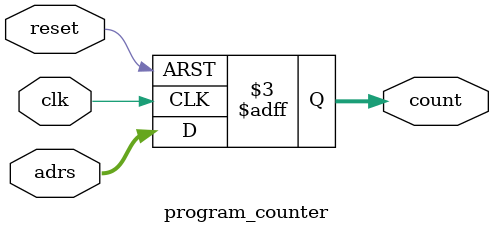
<source format=sv>
`timescale 1ns / 1ps

module program_counter #(parameter n = 32)(
    input logic clk,      
    input logic reset,   
    input logic [n-1:0] adrs,
    output logic [n-1:0] count 
);

    always @(posedge clk or negedge reset) begin
        if (!reset) 
            count <= 0; 
        else 
            count <= adrs; 
    end

endmodule

</source>
